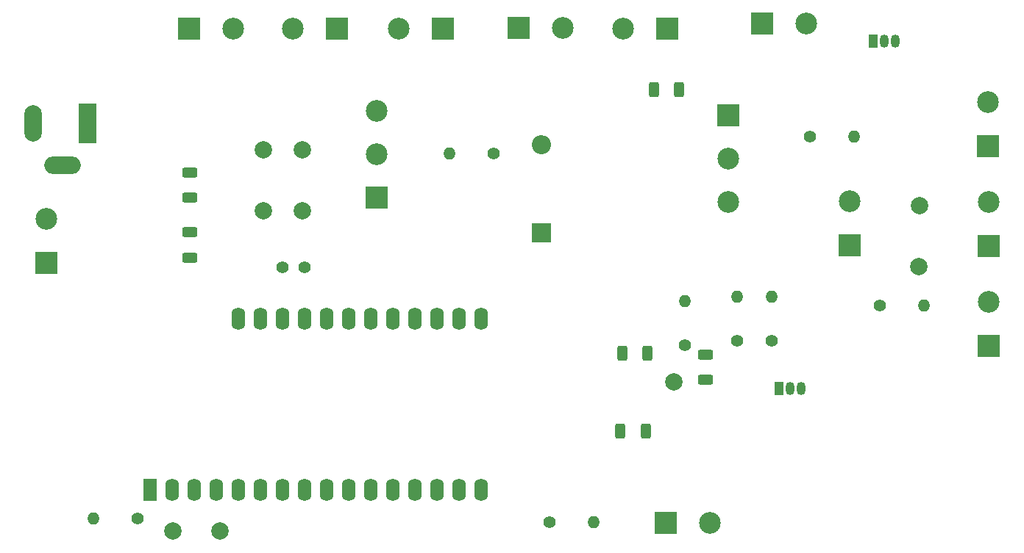
<source format=gbr>
%TF.GenerationSoftware,KiCad,Pcbnew,8.0.4*%
%TF.CreationDate,2024-11-21T09:43:36-08:00*%
%TF.ProjectId,ChargeGuard_Pro_Plus_ECE411,43686172-6765-4477-9561-72645f50726f,1.0.3*%
%TF.SameCoordinates,Original*%
%TF.FileFunction,Soldermask,Top*%
%TF.FilePolarity,Negative*%
%FSLAX46Y46*%
G04 Gerber Fmt 4.6, Leading zero omitted, Abs format (unit mm)*
G04 Created by KiCad (PCBNEW 8.0.4) date 2024-11-21 09:43:36*
%MOMM*%
%LPD*%
G01*
G04 APERTURE LIST*
G04 Aperture macros list*
%AMRoundRect*
0 Rectangle with rounded corners*
0 $1 Rounding radius*
0 $2 $3 $4 $5 $6 $7 $8 $9 X,Y pos of 4 corners*
0 Add a 4 corners polygon primitive as box body*
4,1,4,$2,$3,$4,$5,$6,$7,$8,$9,$2,$3,0*
0 Add four circle primitives for the rounded corners*
1,1,$1+$1,$2,$3*
1,1,$1+$1,$4,$5*
1,1,$1+$1,$6,$7*
1,1,$1+$1,$8,$9*
0 Add four rect primitives between the rounded corners*
20,1,$1+$1,$2,$3,$4,$5,0*
20,1,$1+$1,$4,$5,$6,$7,0*
20,1,$1+$1,$6,$7,$8,$9,0*
20,1,$1+$1,$8,$9,$2,$3,0*%
G04 Aperture macros list end*
%ADD10C,2.000000*%
%ADD11R,2.500000X2.500000*%
%ADD12C,2.500000*%
%ADD13RoundRect,0.250000X0.625000X-0.312500X0.625000X0.312500X-0.625000X0.312500X-0.625000X-0.312500X0*%
%ADD14C,1.400000*%
%ADD15O,1.400000X1.400000*%
%ADD16R,1.050000X1.500000*%
%ADD17O,1.050000X1.500000*%
%ADD18RoundRect,0.250000X-0.312500X-0.625000X0.312500X-0.625000X0.312500X0.625000X-0.312500X0.625000X0*%
%ADD19RoundRect,0.250000X0.312500X0.625000X-0.312500X0.625000X-0.312500X-0.625000X0.312500X-0.625000X0*%
%ADD20RoundRect,0.250000X-0.625000X0.312500X-0.625000X-0.312500X0.625000X-0.312500X0.625000X0.312500X0*%
%ADD21R,2.200000X2.200000*%
%ADD22O,2.200000X2.200000*%
%ADD23RoundRect,0.250000X0.550000X-1.050000X0.550000X1.050000X-0.550000X1.050000X-0.550000X-1.050000X0*%
%ADD24O,1.600000X2.600000*%
%ADD25R,2.000000X4.600000*%
%ADD26O,2.000000X4.200000*%
%ADD27O,4.200000X2.000000*%
G04 APERTURE END LIST*
D10*
%TO.C,TP9*%
X128750000Y-97250000D03*
%TD*%
D11*
%TO.C,J10*%
X138920000Y-56000000D03*
D12*
X144000000Y-56000000D03*
%TD*%
D11*
%TO.C,J12*%
X165010000Y-81597500D03*
D12*
X165010000Y-76517500D03*
%TD*%
D13*
%TO.C,R1*%
X132430000Y-97052500D03*
X132430000Y-94127500D03*
%TD*%
D14*
%TO.C,R9*%
X144420000Y-69000000D03*
D15*
X149500000Y-69000000D03*
%TD*%
D10*
%TO.C,TP6*%
X71120000Y-114500000D03*
%TD*%
D16*
%TO.C,Q1*%
X151730000Y-58000000D03*
D17*
X153000000Y-58000000D03*
X154270000Y-58000000D03*
%TD*%
D10*
%TO.C,TP5*%
X76500000Y-114447500D03*
%TD*%
D18*
%TO.C,R5*%
X122787500Y-94000000D03*
X125712500Y-94000000D03*
%TD*%
D14*
%TO.C,R8*%
X140000000Y-92540000D03*
D15*
X140000000Y-87460000D03*
%TD*%
D11*
%TO.C,J6*%
X127850000Y-113552500D03*
D12*
X132930000Y-113552500D03*
%TD*%
D19*
%TO.C,R7*%
X129382500Y-63590000D03*
X126457500Y-63590000D03*
%TD*%
D10*
%TO.C,TP8*%
X81505000Y-77552500D03*
%TD*%
D11*
%TO.C,J7*%
X128000000Y-56552500D03*
D12*
X122920000Y-56552500D03*
%TD*%
D14*
%TO.C,R6*%
X108000000Y-71000000D03*
D15*
X102920000Y-71000000D03*
%TD*%
D10*
%TO.C,TP1*%
X81505000Y-70552500D03*
%TD*%
D11*
%TO.C,J11*%
X164930000Y-70097500D03*
D12*
X164930000Y-65017500D03*
%TD*%
D20*
%TO.C,R3*%
X73005000Y-73127500D03*
X73005000Y-76052500D03*
%TD*%
D11*
%TO.C,J8*%
X94510000Y-76052500D03*
D12*
X94510000Y-71052500D03*
X94510000Y-66052500D03*
%TD*%
D14*
%TO.C,R10*%
X136000000Y-92580000D03*
D15*
X136000000Y-87500000D03*
%TD*%
D11*
%TO.C,J4*%
X72960000Y-56552500D03*
D12*
X78040000Y-56552500D03*
%TD*%
D11*
%TO.C,J14*%
X149000000Y-81580000D03*
D12*
X149000000Y-76500000D03*
%TD*%
D10*
%TO.C,TP7*%
X86005000Y-77552500D03*
%TD*%
D11*
%TO.C,J3*%
X90005000Y-56552500D03*
D12*
X84925000Y-56552500D03*
%TD*%
D10*
%TO.C,TP2*%
X86005000Y-70552500D03*
%TD*%
D14*
%TO.C,R14*%
X152420000Y-88500000D03*
D15*
X157500000Y-88500000D03*
%TD*%
D14*
%TO.C,R13*%
X130000000Y-93080000D03*
D15*
X130000000Y-88000000D03*
%TD*%
D18*
%TO.C,R2*%
X122575000Y-103000000D03*
X125500000Y-103000000D03*
%TD*%
D10*
%TO.C,TP3*%
X156925000Y-84000000D03*
%TD*%
D14*
%TO.C,R12*%
X67000000Y-113000000D03*
D15*
X61920000Y-113000000D03*
%TD*%
D21*
%TO.C,D1*%
X113500000Y-80132500D03*
D22*
X113500000Y-69972500D03*
%TD*%
D11*
%TO.C,J9*%
X135010000Y-66552500D03*
D12*
X135010000Y-71552500D03*
X135010000Y-76552500D03*
%TD*%
D16*
%TO.C,Q3*%
X140890000Y-98052500D03*
D17*
X142160000Y-98052500D03*
X143430000Y-98052500D03*
%TD*%
D23*
%TO.C,A1*%
X68450000Y-109752500D03*
D24*
X70990000Y-109752500D03*
X73530000Y-109752500D03*
X76070000Y-109752500D03*
X78610000Y-109752500D03*
X81150000Y-109752500D03*
X83690000Y-109752500D03*
X86230000Y-109752500D03*
X88770000Y-109752500D03*
X91310000Y-109752500D03*
X93850000Y-109752500D03*
X96390000Y-109752500D03*
X98930000Y-109752500D03*
X101470000Y-109752500D03*
X104010000Y-109752500D03*
X106550000Y-109752500D03*
X106550000Y-90032500D03*
X104010000Y-90032500D03*
X101470000Y-90032500D03*
X98930000Y-90032500D03*
X96390000Y-90032500D03*
X93850000Y-90032500D03*
X91310000Y-90032500D03*
X88770000Y-90032500D03*
X86230000Y-90032500D03*
X83690000Y-90032500D03*
X81150000Y-90032500D03*
X78610000Y-90032500D03*
%TD*%
D10*
%TO.C,TP4*%
X157000000Y-77000000D03*
%TD*%
D11*
%TO.C,J13*%
X165010000Y-93142500D03*
D12*
X165010000Y-88062500D03*
%TD*%
D11*
%TO.C,J15*%
X110920000Y-56500000D03*
D12*
X116000000Y-56500000D03*
%TD*%
D25*
%TO.C,J1*%
X61300000Y-67500000D03*
D26*
X55000000Y-67500000D03*
D27*
X58400000Y-72300000D03*
%TD*%
D14*
%TO.C,JP1*%
X86255000Y-84052500D03*
X83715000Y-84052500D03*
%TD*%
%TO.C,R11*%
X114420000Y-113500000D03*
D15*
X119500000Y-113500000D03*
%TD*%
D11*
%TO.C,J5*%
X56505000Y-83552500D03*
D12*
X56505000Y-78472500D03*
%TD*%
D11*
%TO.C,J2*%
X102180000Y-56550000D03*
D12*
X97100000Y-56550000D03*
%TD*%
D20*
%TO.C,R4*%
X73005000Y-80052500D03*
X73005000Y-82977500D03*
%TD*%
M02*

</source>
